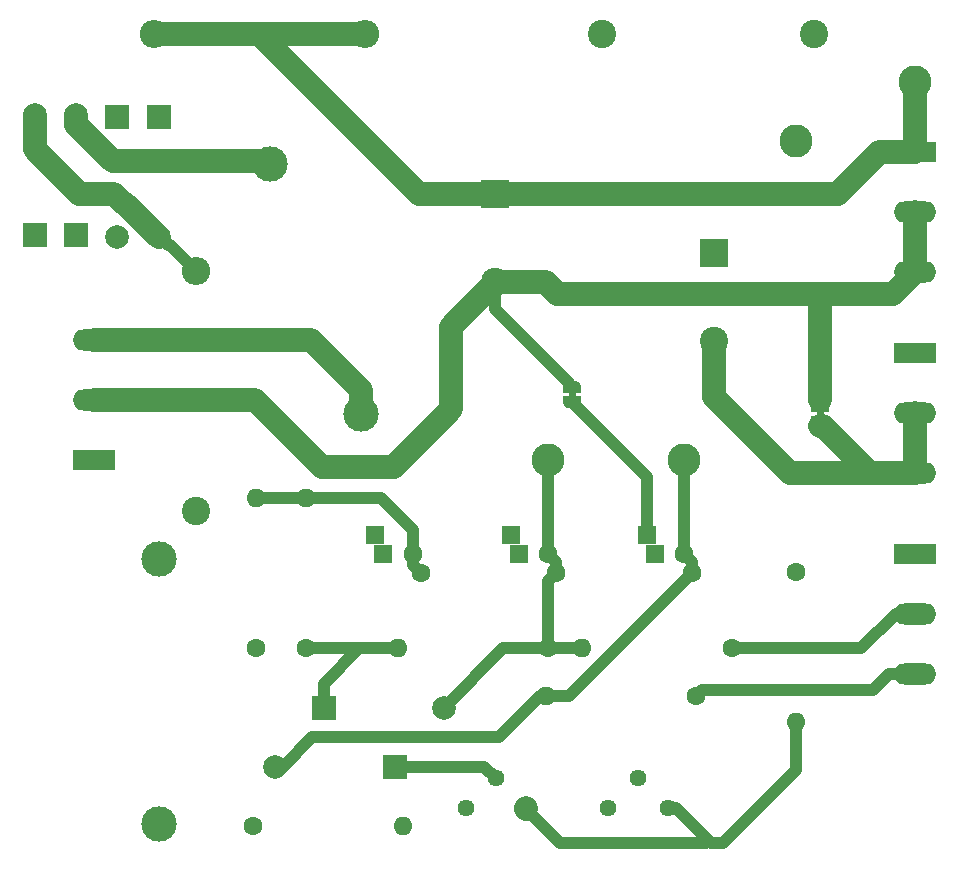
<source format=gbr>
G04 #@! TF.GenerationSoftware,KiCad,Pcbnew,(5.1.5-0-10_14)*
G04 #@! TF.CreationDate,2020-02-01T21:54:20+00:00*
G04 #@! TF.ProjectId,PowerSupply,506f7765-7253-4757-9070-6c792e6b6963,rev?*
G04 #@! TF.SameCoordinates,Original*
G04 #@! TF.FileFunction,Copper,L2,Bot*
G04 #@! TF.FilePolarity,Positive*
%FSLAX46Y46*%
G04 Gerber Fmt 4.6, Leading zero omitted, Abs format (unit mm)*
G04 Created by KiCad (PCBNEW (5.1.5-0-10_14)) date 2020-02-01 21:54:20*
%MOMM*%
%LPD*%
G04 APERTURE LIST*
%ADD10C,0.100000*%
%ADD11C,2.400000*%
%ADD12O,2.400000X2.400000*%
%ADD13R,2.400000X2.400000*%
%ADD14R,1.600000X1.600000*%
%ADD15C,1.600000*%
%ADD16R,3.600000X1.800000*%
%ADD17O,3.600000X1.800000*%
%ADD18O,1.600000X1.600000*%
%ADD19C,1.998980*%
%ADD20R,1.998980X1.998980*%
%ADD21C,1.440000*%
%ADD22C,2.800000*%
%ADD23C,3.000000*%
%ADD24C,1.000000*%
%ADD25C,2.000000*%
G04 APERTURE END LIST*
D10*
G36*
X99700000Y-73750000D02*
G01*
X99700000Y-73250000D01*
X100300000Y-73250000D01*
X100300000Y-73750000D01*
X99700000Y-73750000D01*
G37*
G36*
X120700000Y-75400000D02*
G01*
X120700000Y-74900000D01*
X121300000Y-74900000D01*
X121300000Y-75400000D01*
X120700000Y-75400000D01*
G37*
D11*
X120500000Y-43000000D03*
D12*
X64620000Y-43000000D03*
D11*
X102500000Y-43000000D03*
D12*
X82500000Y-43000000D03*
G04 #@! TA.AperFunction,SMDPad,CuDef*
D10*
G36*
X100749398Y-74150000D02*
G01*
X100749398Y-74174534D01*
X100744588Y-74223365D01*
X100735016Y-74271490D01*
X100720772Y-74318445D01*
X100701995Y-74363778D01*
X100678864Y-74407051D01*
X100651604Y-74447850D01*
X100620476Y-74485779D01*
X100585779Y-74520476D01*
X100547850Y-74551604D01*
X100507051Y-74578864D01*
X100463778Y-74601995D01*
X100418445Y-74620772D01*
X100371490Y-74635016D01*
X100323365Y-74644588D01*
X100274534Y-74649398D01*
X100250000Y-74649398D01*
X100250000Y-74650000D01*
X99750000Y-74650000D01*
X99750000Y-74649398D01*
X99725466Y-74649398D01*
X99676635Y-74644588D01*
X99628510Y-74635016D01*
X99581555Y-74620772D01*
X99536222Y-74601995D01*
X99492949Y-74578864D01*
X99452150Y-74551604D01*
X99414221Y-74520476D01*
X99379524Y-74485779D01*
X99348396Y-74447850D01*
X99321136Y-74407051D01*
X99298005Y-74363778D01*
X99279228Y-74318445D01*
X99264984Y-74271490D01*
X99255412Y-74223365D01*
X99250602Y-74174534D01*
X99250602Y-74150000D01*
X99250000Y-74150000D01*
X99250000Y-73650000D01*
X100750000Y-73650000D01*
X100750000Y-74150000D01*
X100749398Y-74150000D01*
G37*
G04 #@! TD.AperFunction*
G04 #@! TA.AperFunction,SMDPad,CuDef*
G36*
X99250000Y-73350000D02*
G01*
X99250000Y-72850000D01*
X99250602Y-72850000D01*
X99250602Y-72825466D01*
X99255412Y-72776635D01*
X99264984Y-72728510D01*
X99279228Y-72681555D01*
X99298005Y-72636222D01*
X99321136Y-72592949D01*
X99348396Y-72552150D01*
X99379524Y-72514221D01*
X99414221Y-72479524D01*
X99452150Y-72448396D01*
X99492949Y-72421136D01*
X99536222Y-72398005D01*
X99581555Y-72379228D01*
X99628510Y-72364984D01*
X99676635Y-72355412D01*
X99725466Y-72350602D01*
X99750000Y-72350602D01*
X99750000Y-72350000D01*
X100250000Y-72350000D01*
X100250000Y-72350602D01*
X100274534Y-72350602D01*
X100323365Y-72355412D01*
X100371490Y-72364984D01*
X100418445Y-72379228D01*
X100463778Y-72398005D01*
X100507051Y-72421136D01*
X100547850Y-72448396D01*
X100585779Y-72479524D01*
X100620476Y-72514221D01*
X100651604Y-72552150D01*
X100678864Y-72592949D01*
X100701995Y-72636222D01*
X100720772Y-72681555D01*
X100735016Y-72728510D01*
X100744588Y-72776635D01*
X100749398Y-72825466D01*
X100749398Y-72850000D01*
X100750000Y-72850000D01*
X100750000Y-73350000D01*
X99250000Y-73350000D01*
G37*
G04 #@! TD.AperFunction*
D13*
X112000000Y-61500000D03*
D11*
X112000000Y-69000000D03*
D14*
X84000000Y-87000000D03*
D15*
X86500000Y-87000000D03*
D14*
X83329063Y-85400000D03*
D15*
X87170937Y-88600000D03*
D16*
X129000000Y-70000000D03*
D17*
X129000000Y-75080000D03*
X129000000Y-80160000D03*
D15*
X77500000Y-95000000D03*
D18*
X77500000Y-82300000D03*
D14*
X95500000Y-87000000D03*
D15*
X98000000Y-87000000D03*
D14*
X94829063Y-85400000D03*
D15*
X98670937Y-88600000D03*
D14*
X107000000Y-87000000D03*
D15*
X109500000Y-87000000D03*
D14*
X106329063Y-85400000D03*
D15*
X110170937Y-88600000D03*
D19*
X89160000Y-99997460D03*
D20*
X79000000Y-99997460D03*
D19*
X74840000Y-105002540D03*
D20*
X85000000Y-105002540D03*
D16*
X59500000Y-79000000D03*
D17*
X59500000Y-73920000D03*
X59500000Y-68840000D03*
D21*
X108080000Y-108500000D03*
X105540000Y-105960000D03*
X103000000Y-108500000D03*
X96080000Y-108500000D03*
X93540000Y-105960000D03*
X91000000Y-108500000D03*
D16*
X129000000Y-53000000D03*
D17*
X129000000Y-58080000D03*
X129000000Y-63160000D03*
D16*
X129000000Y-87000000D03*
D17*
X129000000Y-92080000D03*
X129000000Y-97160000D03*
D15*
X98000000Y-95000000D03*
D18*
X85300000Y-95000000D03*
D15*
X119000000Y-88500000D03*
D18*
X119000000Y-101200000D03*
D15*
X73250000Y-95000000D03*
D18*
X73250000Y-82300000D03*
D15*
X73000000Y-110000000D03*
D18*
X85700000Y-110000000D03*
D19*
X65002540Y-60160000D03*
D20*
X65002540Y-50000000D03*
D19*
X54497460Y-49840000D03*
D20*
X54497460Y-60000000D03*
D19*
X61502540Y-60160000D03*
D20*
X61502540Y-50000000D03*
D19*
X57997460Y-49840000D03*
D20*
X57997460Y-60000000D03*
D22*
X129000000Y-47000000D03*
X119000000Y-52000000D03*
X98000000Y-79000000D03*
X109500000Y-79000000D03*
D15*
X113500000Y-95000000D03*
D18*
X100800000Y-95000000D03*
D15*
X110500000Y-99000000D03*
D18*
X97800000Y-99000000D03*
D11*
X93500000Y-64000000D03*
D13*
X93500000Y-56500000D03*
G04 #@! TA.AperFunction,SMDPad,CuDef*
D10*
G36*
X121749398Y-75800000D02*
G01*
X121749398Y-75824534D01*
X121744588Y-75873365D01*
X121735016Y-75921490D01*
X121720772Y-75968445D01*
X121701995Y-76013778D01*
X121678864Y-76057051D01*
X121651604Y-76097850D01*
X121620476Y-76135779D01*
X121585779Y-76170476D01*
X121547850Y-76201604D01*
X121507051Y-76228864D01*
X121463778Y-76251995D01*
X121418445Y-76270772D01*
X121371490Y-76285016D01*
X121323365Y-76294588D01*
X121274534Y-76299398D01*
X121250000Y-76299398D01*
X121250000Y-76300000D01*
X120750000Y-76300000D01*
X120750000Y-76299398D01*
X120725466Y-76299398D01*
X120676635Y-76294588D01*
X120628510Y-76285016D01*
X120581555Y-76270772D01*
X120536222Y-76251995D01*
X120492949Y-76228864D01*
X120452150Y-76201604D01*
X120414221Y-76170476D01*
X120379524Y-76135779D01*
X120348396Y-76097850D01*
X120321136Y-76057051D01*
X120298005Y-76013778D01*
X120279228Y-75968445D01*
X120264984Y-75921490D01*
X120255412Y-75873365D01*
X120250602Y-75824534D01*
X120250602Y-75800000D01*
X120250000Y-75800000D01*
X120250000Y-75300000D01*
X121750000Y-75300000D01*
X121750000Y-75800000D01*
X121749398Y-75800000D01*
G37*
G04 #@! TD.AperFunction*
G04 #@! TA.AperFunction,SMDPad,CuDef*
G36*
X120250000Y-75000000D02*
G01*
X120250000Y-74500000D01*
X120250602Y-74500000D01*
X120250602Y-74475466D01*
X120255412Y-74426635D01*
X120264984Y-74378510D01*
X120279228Y-74331555D01*
X120298005Y-74286222D01*
X120321136Y-74242949D01*
X120348396Y-74202150D01*
X120379524Y-74164221D01*
X120414221Y-74129524D01*
X120452150Y-74098396D01*
X120492949Y-74071136D01*
X120536222Y-74048005D01*
X120581555Y-74029228D01*
X120628510Y-74014984D01*
X120676635Y-74005412D01*
X120725466Y-74000602D01*
X120750000Y-74000602D01*
X120750000Y-74000000D01*
X121250000Y-74000000D01*
X121250000Y-74000602D01*
X121274534Y-74000602D01*
X121323365Y-74005412D01*
X121371490Y-74014984D01*
X121418445Y-74029228D01*
X121463778Y-74048005D01*
X121507051Y-74071136D01*
X121547850Y-74098396D01*
X121585779Y-74129524D01*
X121620476Y-74164221D01*
X121651604Y-74202150D01*
X121678864Y-74242949D01*
X121701995Y-74286222D01*
X121720772Y-74331555D01*
X121735016Y-74378510D01*
X121744588Y-74426635D01*
X121749398Y-74475466D01*
X121749398Y-74500000D01*
X121750000Y-74500000D01*
X121750000Y-75000000D01*
X120250000Y-75000000D01*
G37*
G04 #@! TD.AperFunction*
D11*
X68200000Y-83400000D03*
D12*
X68200000Y-63080000D03*
D23*
X65000000Y-109900000D03*
X65000000Y-87400000D03*
X74400000Y-54000000D03*
X82095453Y-75143084D03*
D24*
X86500000Y-87929063D02*
X87170937Y-88600000D01*
X86500000Y-87000000D02*
X86500000Y-87929063D01*
X77500000Y-82300000D02*
X73250000Y-82300000D01*
X78631370Y-82300000D02*
X77500000Y-82300000D01*
X83800000Y-82300000D02*
X78631370Y-82300000D01*
X86500000Y-85000000D02*
X83800000Y-82300000D01*
X86500000Y-87000000D02*
X86500000Y-85000000D01*
X127420000Y-92080000D02*
X129000000Y-92080000D01*
X124500000Y-95000000D02*
X127420000Y-92080000D01*
X113500000Y-95000000D02*
X124500000Y-95000000D01*
X125500000Y-98500000D02*
X126840000Y-97160000D01*
X111000000Y-98500000D02*
X125500000Y-98500000D01*
X126840000Y-97160000D02*
X129000000Y-97160000D01*
X110500000Y-99000000D02*
X111000000Y-98500000D01*
D25*
X62092540Y-57250000D02*
X65002540Y-60160000D01*
X54497460Y-49840000D02*
X54497460Y-52747460D01*
X61250000Y-56500000D02*
X62000000Y-57250000D01*
X62000000Y-57250000D02*
X62092540Y-57250000D01*
X58250000Y-56500000D02*
X61250000Y-56500000D01*
X54497460Y-52747460D02*
X58250000Y-56500000D01*
D24*
X65920000Y-60800000D02*
X68200000Y-63080000D01*
X65800000Y-60800000D02*
X65920000Y-60800000D01*
X65160000Y-60160000D02*
X65800000Y-60800000D01*
X65002540Y-60160000D02*
X65160000Y-60160000D01*
X82000000Y-95000000D02*
X85300000Y-95000000D01*
X79000000Y-99997460D02*
X79000000Y-98000000D01*
X79000000Y-98000000D02*
X82000000Y-95000000D01*
X77500000Y-95000000D02*
X82000000Y-95000000D01*
X85000000Y-105002540D02*
X92582540Y-105002540D01*
X92582540Y-105002540D02*
X93540000Y-105960000D01*
D25*
X96080000Y-108500000D02*
X96080000Y-108580000D01*
D24*
X99000000Y-111500000D02*
X96080000Y-108580000D01*
X111300000Y-111500000D02*
X99000000Y-111500000D01*
X112800000Y-111500000D02*
X111800000Y-111500000D01*
X111800000Y-111500000D02*
X108800000Y-108500000D01*
X119000000Y-105300000D02*
X112800000Y-111500000D01*
X108800000Y-108500000D02*
X108080000Y-108500000D01*
X119000000Y-101200000D02*
X119000000Y-105300000D01*
D25*
X129000000Y-53000000D02*
X129000000Y-47000000D01*
X87000000Y-56500000D02*
X122500000Y-56500000D01*
X126000000Y-53000000D02*
X129000000Y-53000000D01*
X122500000Y-56500000D02*
X126000000Y-53000000D01*
X73500000Y-43000000D02*
X87000000Y-56500000D01*
X64620000Y-43000000D02*
X73500000Y-43000000D01*
X82500000Y-43000000D02*
X73500000Y-43000000D01*
X129000000Y-80160000D02*
X129000000Y-75080000D01*
X121240010Y-76200010D02*
X121000000Y-76200010D01*
X125200000Y-80160000D02*
X121240010Y-76200010D01*
X129000000Y-80160000D02*
X125200000Y-80160000D01*
X118410000Y-80160000D02*
X125200000Y-80160000D01*
X112000000Y-73750000D02*
X118410000Y-80160000D01*
X112000000Y-69000000D02*
X112000000Y-73750000D01*
D24*
X106329063Y-80479063D02*
X106329063Y-85400000D01*
X100000000Y-74150000D02*
X106329063Y-80479063D01*
D25*
X129000000Y-63160000D02*
X129000000Y-58080000D01*
X127160000Y-65000000D02*
X129000000Y-63160000D01*
X121000000Y-65000000D02*
X121000000Y-74000000D01*
X121000000Y-65000000D02*
X127160000Y-65000000D01*
X98750000Y-65000000D02*
X121000000Y-65000000D01*
X97750000Y-64000000D02*
X98750000Y-65000000D01*
X93500000Y-64000000D02*
X97750000Y-64000000D01*
D24*
X93500000Y-66250000D02*
X99750000Y-72500000D01*
X93500000Y-64000000D02*
X93500000Y-66250000D01*
D25*
X89750000Y-67750000D02*
X93500000Y-64000000D01*
X59500000Y-73920000D02*
X73120000Y-73920000D01*
X84900000Y-79600000D02*
X89750000Y-74750000D01*
X89750000Y-74750000D02*
X89750000Y-67750000D01*
X78800000Y-79600000D02*
X84900000Y-79600000D01*
X73120000Y-73920000D02*
X78800000Y-79600000D01*
X74150000Y-53750000D02*
X74400000Y-54000000D01*
X57997460Y-50653902D02*
X61093558Y-53750000D01*
X61093558Y-53750000D02*
X74150000Y-53750000D01*
X57997460Y-49840000D02*
X57997460Y-50653902D01*
D24*
X98000000Y-95000000D02*
X100800000Y-95000000D01*
X98000000Y-95000000D02*
X94157460Y-95000000D01*
X94157460Y-95000000D02*
X89160000Y-99997460D01*
X98000000Y-89270937D02*
X98670937Y-88600000D01*
X98000000Y-95000000D02*
X98000000Y-89270937D01*
X98670937Y-87670937D02*
X98000000Y-87000000D01*
X98670937Y-88600000D02*
X98670937Y-87670937D01*
X98000000Y-87000000D02*
X98000000Y-79000000D01*
X93800000Y-102500000D02*
X97300000Y-99000000D01*
X97300000Y-99000000D02*
X97800000Y-99000000D01*
X78000000Y-102500000D02*
X93800000Y-102500000D01*
X75497460Y-105002540D02*
X78000000Y-102500000D01*
X74840000Y-105002540D02*
X75497460Y-105002540D01*
X110170937Y-87670937D02*
X109500000Y-87000000D01*
X110170937Y-88600000D02*
X110170937Y-87670937D01*
X109500000Y-87000000D02*
X109500000Y-79000000D01*
X99770937Y-99000000D02*
X109370938Y-89399999D01*
X109370938Y-89399999D02*
X110170937Y-88600000D01*
X97800000Y-99000000D02*
X99770937Y-99000000D01*
D25*
X82095453Y-73081025D02*
X82095453Y-75143084D01*
X77854428Y-68840000D02*
X82095453Y-73081025D01*
X59500000Y-68840000D02*
X77854428Y-68840000D01*
M02*

</source>
